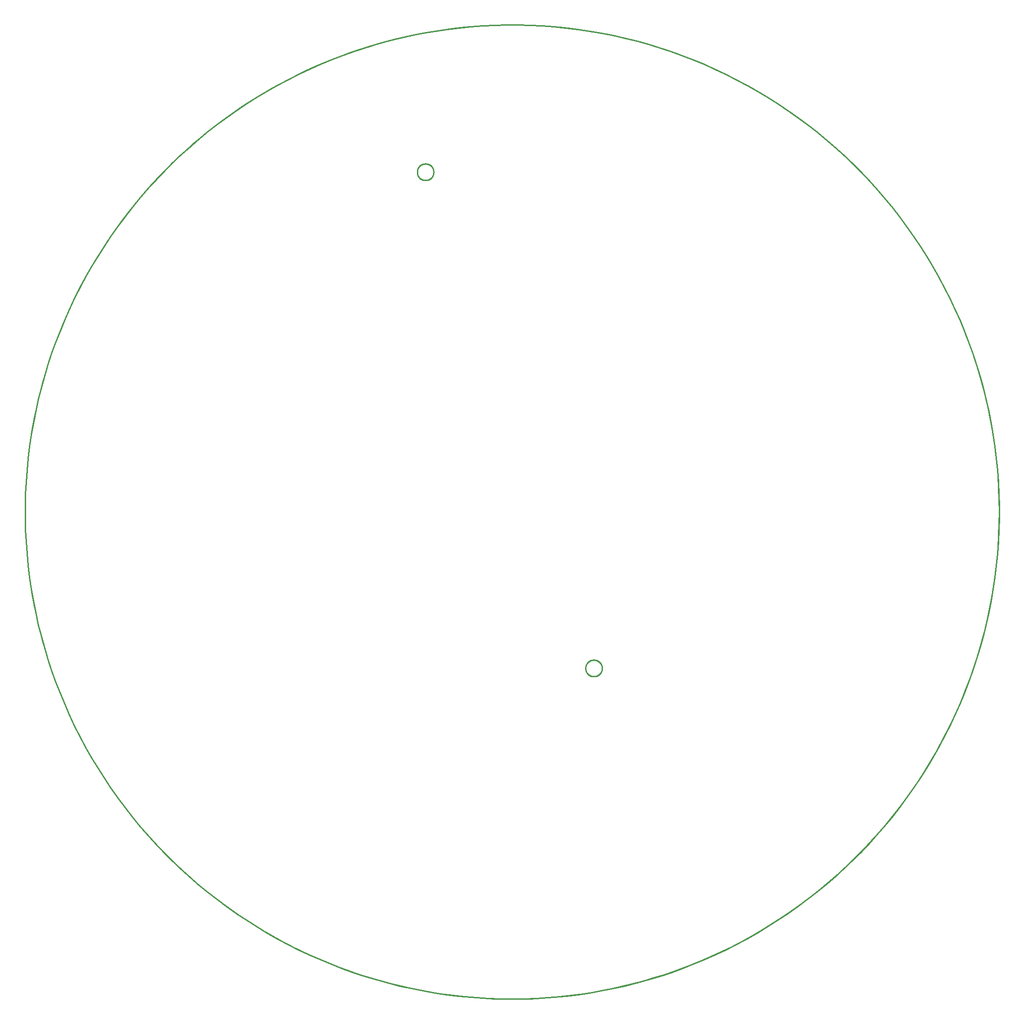
<source format=gbr>
G04 EAGLE Gerber RS-274X export*
G75*
%MOMM*%
%FSLAX34Y34*%
%LPD*%
%IN*%
%IPPOS*%
%AMOC8*
5,1,8,0,0,1.08239X$1,22.5*%
G01*
%ADD10C,0.152400*%
%ADD11C,0.000000*%
%ADD12C,0.254000*%


D10*
X134000Y949000D02*
X134271Y971087D01*
X135084Y993161D01*
X136439Y1015208D01*
X138334Y1037215D01*
X140768Y1059170D01*
X143741Y1081057D01*
X147250Y1102866D01*
X151293Y1124581D01*
X155868Y1146191D01*
X160972Y1167682D01*
X166602Y1189041D01*
X172754Y1210256D01*
X179425Y1231314D01*
X186610Y1252201D01*
X194306Y1272906D01*
X202508Y1293415D01*
X211211Y1313717D01*
X220410Y1333800D01*
X230098Y1353650D01*
X240271Y1373257D01*
X250922Y1392608D01*
X262044Y1411692D01*
X273632Y1430498D01*
X285677Y1449013D01*
X298174Y1467227D01*
X311113Y1485129D01*
X324488Y1502708D01*
X338291Y1519954D01*
X352512Y1536856D01*
X367144Y1553403D01*
X382178Y1569586D01*
X397604Y1585396D01*
X413414Y1600822D01*
X429597Y1615856D01*
X446144Y1630488D01*
X463046Y1644709D01*
X480292Y1658512D01*
X497871Y1671887D01*
X515773Y1684826D01*
X533987Y1697323D01*
X552502Y1709368D01*
X571308Y1720956D01*
X590392Y1732078D01*
X609743Y1742729D01*
X629350Y1752902D01*
X649200Y1762590D01*
X669283Y1771789D01*
X689585Y1780492D01*
X710094Y1788694D01*
X730799Y1796390D01*
X751686Y1803575D01*
X772744Y1810246D01*
X793959Y1816398D01*
X815318Y1822028D01*
X836809Y1827132D01*
X858419Y1831707D01*
X880134Y1835750D01*
X901943Y1839259D01*
X923830Y1842232D01*
X945785Y1844666D01*
X967792Y1846561D01*
X989839Y1847916D01*
X1011913Y1848729D01*
X1034000Y1849000D01*
X1056087Y1848729D01*
X1078161Y1847916D01*
X1100208Y1846561D01*
X1122215Y1844666D01*
X1144170Y1842232D01*
X1166057Y1839259D01*
X1187866Y1835750D01*
X1209581Y1831707D01*
X1231191Y1827132D01*
X1252682Y1822028D01*
X1274041Y1816398D01*
X1295256Y1810246D01*
X1316314Y1803575D01*
X1337201Y1796390D01*
X1357906Y1788694D01*
X1378415Y1780492D01*
X1398717Y1771789D01*
X1418800Y1762590D01*
X1438650Y1752902D01*
X1458257Y1742729D01*
X1477608Y1732078D01*
X1496692Y1720956D01*
X1515498Y1709368D01*
X1534013Y1697323D01*
X1552227Y1684826D01*
X1570129Y1671887D01*
X1587708Y1658512D01*
X1604954Y1644709D01*
X1621856Y1630488D01*
X1638403Y1615856D01*
X1654586Y1600822D01*
X1670396Y1585396D01*
X1685822Y1569586D01*
X1700856Y1553403D01*
X1715488Y1536856D01*
X1729709Y1519954D01*
X1743512Y1502708D01*
X1756887Y1485129D01*
X1769826Y1467227D01*
X1782323Y1449013D01*
X1794368Y1430498D01*
X1805956Y1411692D01*
X1817078Y1392608D01*
X1827729Y1373257D01*
X1837902Y1353650D01*
X1847590Y1333800D01*
X1856789Y1313717D01*
X1865492Y1293415D01*
X1873694Y1272906D01*
X1881390Y1252201D01*
X1888575Y1231314D01*
X1895246Y1210256D01*
X1901398Y1189041D01*
X1907028Y1167682D01*
X1912132Y1146191D01*
X1916707Y1124581D01*
X1920750Y1102866D01*
X1924259Y1081057D01*
X1927232Y1059170D01*
X1929666Y1037215D01*
X1931561Y1015208D01*
X1932916Y993161D01*
X1933729Y971087D01*
X1934000Y949000D01*
X1933729Y926913D01*
X1932916Y904839D01*
X1931561Y882792D01*
X1929666Y860785D01*
X1927232Y838830D01*
X1924259Y816943D01*
X1920750Y795134D01*
X1916707Y773419D01*
X1912132Y751809D01*
X1907028Y730318D01*
X1901398Y708959D01*
X1895246Y687744D01*
X1888575Y666686D01*
X1881390Y645799D01*
X1873694Y625094D01*
X1865492Y604585D01*
X1856789Y584283D01*
X1847590Y564200D01*
X1837902Y544350D01*
X1827729Y524743D01*
X1817078Y505392D01*
X1805956Y486308D01*
X1794368Y467502D01*
X1782323Y448987D01*
X1769826Y430773D01*
X1756887Y412871D01*
X1743512Y395292D01*
X1729709Y378046D01*
X1715488Y361144D01*
X1700856Y344597D01*
X1685822Y328414D01*
X1670396Y312604D01*
X1654586Y297178D01*
X1638403Y282144D01*
X1621856Y267512D01*
X1604954Y253291D01*
X1587708Y239488D01*
X1570129Y226113D01*
X1552227Y213174D01*
X1534013Y200677D01*
X1515498Y188632D01*
X1496692Y177044D01*
X1477608Y165922D01*
X1458257Y155271D01*
X1438650Y145098D01*
X1418800Y135410D01*
X1398717Y126211D01*
X1378415Y117508D01*
X1357906Y109306D01*
X1337201Y101610D01*
X1316314Y94425D01*
X1295256Y87754D01*
X1274041Y81602D01*
X1252682Y75972D01*
X1231191Y70868D01*
X1209581Y66293D01*
X1187866Y62250D01*
X1166057Y58741D01*
X1144170Y55768D01*
X1122215Y53334D01*
X1100208Y51439D01*
X1078161Y50084D01*
X1056087Y49271D01*
X1034000Y49000D01*
X1011913Y49271D01*
X989839Y50084D01*
X967792Y51439D01*
X945785Y53334D01*
X923830Y55768D01*
X901943Y58741D01*
X880134Y62250D01*
X858419Y66293D01*
X836809Y70868D01*
X815318Y75972D01*
X793959Y81602D01*
X772744Y87754D01*
X751686Y94425D01*
X730799Y101610D01*
X710094Y109306D01*
X689585Y117508D01*
X669283Y126211D01*
X649200Y135410D01*
X629350Y145098D01*
X609743Y155271D01*
X590392Y165922D01*
X571308Y177044D01*
X552502Y188632D01*
X533987Y200677D01*
X515773Y213174D01*
X497871Y226113D01*
X480292Y239488D01*
X463046Y253291D01*
X446144Y267512D01*
X429597Y282144D01*
X413414Y297178D01*
X397604Y312604D01*
X382178Y328414D01*
X367144Y344597D01*
X352512Y361144D01*
X338291Y378046D01*
X324488Y395292D01*
X311113Y412871D01*
X298174Y430773D01*
X285677Y448987D01*
X273632Y467502D01*
X262044Y486308D01*
X250922Y505392D01*
X240271Y524743D01*
X230098Y544350D01*
X220410Y564200D01*
X211211Y584283D01*
X202508Y604585D01*
X194306Y625094D01*
X186610Y645799D01*
X179425Y666686D01*
X172754Y687744D01*
X166602Y708959D01*
X160972Y730318D01*
X155868Y751809D01*
X151293Y773419D01*
X147250Y795134D01*
X143741Y816943D01*
X140768Y838830D01*
X138334Y860785D01*
X136439Y882792D01*
X135084Y904839D01*
X134271Y926913D01*
X134000Y949000D01*
D11*
X858620Y1577040D02*
X858625Y1577414D01*
X858638Y1577788D01*
X858661Y1578161D01*
X858693Y1578534D01*
X858735Y1578906D01*
X858785Y1579276D01*
X858844Y1579645D01*
X858913Y1580013D01*
X858990Y1580379D01*
X859077Y1580743D01*
X859172Y1581105D01*
X859276Y1581464D01*
X859389Y1581821D01*
X859511Y1582174D01*
X859641Y1582525D01*
X859780Y1582872D01*
X859927Y1583216D01*
X860083Y1583556D01*
X860247Y1583892D01*
X860420Y1584224D01*
X860600Y1584552D01*
X860788Y1584875D01*
X860984Y1585193D01*
X861188Y1585507D01*
X861400Y1585815D01*
X861619Y1586118D01*
X861846Y1586416D01*
X862079Y1586708D01*
X862320Y1586994D01*
X862568Y1587275D01*
X862822Y1587549D01*
X863084Y1587816D01*
X863351Y1588078D01*
X863625Y1588332D01*
X863906Y1588580D01*
X864192Y1588821D01*
X864484Y1589054D01*
X864782Y1589281D01*
X865085Y1589500D01*
X865393Y1589712D01*
X865707Y1589916D01*
X866025Y1590112D01*
X866348Y1590300D01*
X866676Y1590480D01*
X867008Y1590653D01*
X867344Y1590817D01*
X867684Y1590973D01*
X868028Y1591120D01*
X868375Y1591259D01*
X868726Y1591389D01*
X869079Y1591511D01*
X869436Y1591624D01*
X869795Y1591728D01*
X870157Y1591823D01*
X870521Y1591910D01*
X870887Y1591987D01*
X871255Y1592056D01*
X871624Y1592115D01*
X871994Y1592165D01*
X872366Y1592207D01*
X872739Y1592239D01*
X873112Y1592262D01*
X873486Y1592275D01*
X873860Y1592280D01*
X874234Y1592275D01*
X874608Y1592262D01*
X874981Y1592239D01*
X875354Y1592207D01*
X875726Y1592165D01*
X876096Y1592115D01*
X876465Y1592056D01*
X876833Y1591987D01*
X877199Y1591910D01*
X877563Y1591823D01*
X877925Y1591728D01*
X878284Y1591624D01*
X878641Y1591511D01*
X878994Y1591389D01*
X879345Y1591259D01*
X879692Y1591120D01*
X880036Y1590973D01*
X880376Y1590817D01*
X880712Y1590653D01*
X881044Y1590480D01*
X881372Y1590300D01*
X881695Y1590112D01*
X882013Y1589916D01*
X882327Y1589712D01*
X882635Y1589500D01*
X882938Y1589281D01*
X883236Y1589054D01*
X883528Y1588821D01*
X883814Y1588580D01*
X884095Y1588332D01*
X884369Y1588078D01*
X884636Y1587816D01*
X884898Y1587549D01*
X885152Y1587275D01*
X885400Y1586994D01*
X885641Y1586708D01*
X885874Y1586416D01*
X886101Y1586118D01*
X886320Y1585815D01*
X886532Y1585507D01*
X886736Y1585193D01*
X886932Y1584875D01*
X887120Y1584552D01*
X887300Y1584224D01*
X887473Y1583892D01*
X887637Y1583556D01*
X887793Y1583216D01*
X887940Y1582872D01*
X888079Y1582525D01*
X888209Y1582174D01*
X888331Y1581821D01*
X888444Y1581464D01*
X888548Y1581105D01*
X888643Y1580743D01*
X888730Y1580379D01*
X888807Y1580013D01*
X888876Y1579645D01*
X888935Y1579276D01*
X888985Y1578906D01*
X889027Y1578534D01*
X889059Y1578161D01*
X889082Y1577788D01*
X889095Y1577414D01*
X889100Y1577040D01*
X889095Y1576666D01*
X889082Y1576292D01*
X889059Y1575919D01*
X889027Y1575546D01*
X888985Y1575174D01*
X888935Y1574804D01*
X888876Y1574435D01*
X888807Y1574067D01*
X888730Y1573701D01*
X888643Y1573337D01*
X888548Y1572975D01*
X888444Y1572616D01*
X888331Y1572259D01*
X888209Y1571906D01*
X888079Y1571555D01*
X887940Y1571208D01*
X887793Y1570864D01*
X887637Y1570524D01*
X887473Y1570188D01*
X887300Y1569856D01*
X887120Y1569528D01*
X886932Y1569205D01*
X886736Y1568887D01*
X886532Y1568573D01*
X886320Y1568265D01*
X886101Y1567962D01*
X885874Y1567664D01*
X885641Y1567372D01*
X885400Y1567086D01*
X885152Y1566805D01*
X884898Y1566531D01*
X884636Y1566264D01*
X884369Y1566002D01*
X884095Y1565748D01*
X883814Y1565500D01*
X883528Y1565259D01*
X883236Y1565026D01*
X882938Y1564799D01*
X882635Y1564580D01*
X882327Y1564368D01*
X882013Y1564164D01*
X881695Y1563968D01*
X881372Y1563780D01*
X881044Y1563600D01*
X880712Y1563427D01*
X880376Y1563263D01*
X880036Y1563107D01*
X879692Y1562960D01*
X879345Y1562821D01*
X878994Y1562691D01*
X878641Y1562569D01*
X878284Y1562456D01*
X877925Y1562352D01*
X877563Y1562257D01*
X877199Y1562170D01*
X876833Y1562093D01*
X876465Y1562024D01*
X876096Y1561965D01*
X875726Y1561915D01*
X875354Y1561873D01*
X874981Y1561841D01*
X874608Y1561818D01*
X874234Y1561805D01*
X873860Y1561800D01*
X873486Y1561805D01*
X873112Y1561818D01*
X872739Y1561841D01*
X872366Y1561873D01*
X871994Y1561915D01*
X871624Y1561965D01*
X871255Y1562024D01*
X870887Y1562093D01*
X870521Y1562170D01*
X870157Y1562257D01*
X869795Y1562352D01*
X869436Y1562456D01*
X869079Y1562569D01*
X868726Y1562691D01*
X868375Y1562821D01*
X868028Y1562960D01*
X867684Y1563107D01*
X867344Y1563263D01*
X867008Y1563427D01*
X866676Y1563600D01*
X866348Y1563780D01*
X866025Y1563968D01*
X865707Y1564164D01*
X865393Y1564368D01*
X865085Y1564580D01*
X864782Y1564799D01*
X864484Y1565026D01*
X864192Y1565259D01*
X863906Y1565500D01*
X863625Y1565748D01*
X863351Y1566002D01*
X863084Y1566264D01*
X862822Y1566531D01*
X862568Y1566805D01*
X862320Y1567086D01*
X862079Y1567372D01*
X861846Y1567664D01*
X861619Y1567962D01*
X861400Y1568265D01*
X861188Y1568573D01*
X860984Y1568887D01*
X860788Y1569205D01*
X860600Y1569528D01*
X860420Y1569856D01*
X860247Y1570188D01*
X860083Y1570524D01*
X859927Y1570864D01*
X859780Y1571208D01*
X859641Y1571555D01*
X859511Y1571906D01*
X859389Y1572259D01*
X859276Y1572616D01*
X859172Y1572975D01*
X859077Y1573337D01*
X858990Y1573701D01*
X858913Y1574067D01*
X858844Y1574435D01*
X858785Y1574804D01*
X858735Y1575174D01*
X858693Y1575546D01*
X858661Y1575919D01*
X858638Y1576292D01*
X858625Y1576666D01*
X858620Y1577040D01*
X1169770Y660100D02*
X1169775Y660474D01*
X1169788Y660848D01*
X1169811Y661221D01*
X1169843Y661594D01*
X1169885Y661966D01*
X1169935Y662336D01*
X1169994Y662705D01*
X1170063Y663073D01*
X1170140Y663439D01*
X1170227Y663803D01*
X1170322Y664165D01*
X1170426Y664524D01*
X1170539Y664881D01*
X1170661Y665234D01*
X1170791Y665585D01*
X1170930Y665932D01*
X1171077Y666276D01*
X1171233Y666616D01*
X1171397Y666952D01*
X1171570Y667284D01*
X1171750Y667612D01*
X1171938Y667935D01*
X1172134Y668253D01*
X1172338Y668567D01*
X1172550Y668875D01*
X1172769Y669178D01*
X1172996Y669476D01*
X1173229Y669768D01*
X1173470Y670054D01*
X1173718Y670335D01*
X1173972Y670609D01*
X1174234Y670876D01*
X1174501Y671138D01*
X1174775Y671392D01*
X1175056Y671640D01*
X1175342Y671881D01*
X1175634Y672114D01*
X1175932Y672341D01*
X1176235Y672560D01*
X1176543Y672772D01*
X1176857Y672976D01*
X1177175Y673172D01*
X1177498Y673360D01*
X1177826Y673540D01*
X1178158Y673713D01*
X1178494Y673877D01*
X1178834Y674033D01*
X1179178Y674180D01*
X1179525Y674319D01*
X1179876Y674449D01*
X1180229Y674571D01*
X1180586Y674684D01*
X1180945Y674788D01*
X1181307Y674883D01*
X1181671Y674970D01*
X1182037Y675047D01*
X1182405Y675116D01*
X1182774Y675175D01*
X1183144Y675225D01*
X1183516Y675267D01*
X1183889Y675299D01*
X1184262Y675322D01*
X1184636Y675335D01*
X1185010Y675340D01*
X1185384Y675335D01*
X1185758Y675322D01*
X1186131Y675299D01*
X1186504Y675267D01*
X1186876Y675225D01*
X1187246Y675175D01*
X1187615Y675116D01*
X1187983Y675047D01*
X1188349Y674970D01*
X1188713Y674883D01*
X1189075Y674788D01*
X1189434Y674684D01*
X1189791Y674571D01*
X1190144Y674449D01*
X1190495Y674319D01*
X1190842Y674180D01*
X1191186Y674033D01*
X1191526Y673877D01*
X1191862Y673713D01*
X1192194Y673540D01*
X1192522Y673360D01*
X1192845Y673172D01*
X1193163Y672976D01*
X1193477Y672772D01*
X1193785Y672560D01*
X1194088Y672341D01*
X1194386Y672114D01*
X1194678Y671881D01*
X1194964Y671640D01*
X1195245Y671392D01*
X1195519Y671138D01*
X1195786Y670876D01*
X1196048Y670609D01*
X1196302Y670335D01*
X1196550Y670054D01*
X1196791Y669768D01*
X1197024Y669476D01*
X1197251Y669178D01*
X1197470Y668875D01*
X1197682Y668567D01*
X1197886Y668253D01*
X1198082Y667935D01*
X1198270Y667612D01*
X1198450Y667284D01*
X1198623Y666952D01*
X1198787Y666616D01*
X1198943Y666276D01*
X1199090Y665932D01*
X1199229Y665585D01*
X1199359Y665234D01*
X1199481Y664881D01*
X1199594Y664524D01*
X1199698Y664165D01*
X1199793Y663803D01*
X1199880Y663439D01*
X1199957Y663073D01*
X1200026Y662705D01*
X1200085Y662336D01*
X1200135Y661966D01*
X1200177Y661594D01*
X1200209Y661221D01*
X1200232Y660848D01*
X1200245Y660474D01*
X1200250Y660100D01*
X1200245Y659726D01*
X1200232Y659352D01*
X1200209Y658979D01*
X1200177Y658606D01*
X1200135Y658234D01*
X1200085Y657864D01*
X1200026Y657495D01*
X1199957Y657127D01*
X1199880Y656761D01*
X1199793Y656397D01*
X1199698Y656035D01*
X1199594Y655676D01*
X1199481Y655319D01*
X1199359Y654966D01*
X1199229Y654615D01*
X1199090Y654268D01*
X1198943Y653924D01*
X1198787Y653584D01*
X1198623Y653248D01*
X1198450Y652916D01*
X1198270Y652588D01*
X1198082Y652265D01*
X1197886Y651947D01*
X1197682Y651633D01*
X1197470Y651325D01*
X1197251Y651022D01*
X1197024Y650724D01*
X1196791Y650432D01*
X1196550Y650146D01*
X1196302Y649865D01*
X1196048Y649591D01*
X1195786Y649324D01*
X1195519Y649062D01*
X1195245Y648808D01*
X1194964Y648560D01*
X1194678Y648319D01*
X1194386Y648086D01*
X1194088Y647859D01*
X1193785Y647640D01*
X1193477Y647428D01*
X1193163Y647224D01*
X1192845Y647028D01*
X1192522Y646840D01*
X1192194Y646660D01*
X1191862Y646487D01*
X1191526Y646323D01*
X1191186Y646167D01*
X1190842Y646020D01*
X1190495Y645881D01*
X1190144Y645751D01*
X1189791Y645629D01*
X1189434Y645516D01*
X1189075Y645412D01*
X1188713Y645317D01*
X1188349Y645230D01*
X1187983Y645153D01*
X1187615Y645084D01*
X1187246Y645025D01*
X1186876Y644975D01*
X1186504Y644933D01*
X1186131Y644901D01*
X1185758Y644878D01*
X1185384Y644865D01*
X1185010Y644860D01*
X1184636Y644865D01*
X1184262Y644878D01*
X1183889Y644901D01*
X1183516Y644933D01*
X1183144Y644975D01*
X1182774Y645025D01*
X1182405Y645084D01*
X1182037Y645153D01*
X1181671Y645230D01*
X1181307Y645317D01*
X1180945Y645412D01*
X1180586Y645516D01*
X1180229Y645629D01*
X1179876Y645751D01*
X1179525Y645881D01*
X1179178Y646020D01*
X1178834Y646167D01*
X1178494Y646323D01*
X1178158Y646487D01*
X1177826Y646660D01*
X1177498Y646840D01*
X1177175Y647028D01*
X1176857Y647224D01*
X1176543Y647428D01*
X1176235Y647640D01*
X1175932Y647859D01*
X1175634Y648086D01*
X1175342Y648319D01*
X1175056Y648560D01*
X1174775Y648808D01*
X1174501Y649062D01*
X1174234Y649324D01*
X1173972Y649591D01*
X1173718Y649865D01*
X1173470Y650146D01*
X1173229Y650432D01*
X1172996Y650724D01*
X1172769Y651022D01*
X1172550Y651325D01*
X1172338Y651633D01*
X1172134Y651947D01*
X1171938Y652265D01*
X1171750Y652588D01*
X1171570Y652916D01*
X1171397Y653248D01*
X1171233Y653584D01*
X1171077Y653924D01*
X1170930Y654268D01*
X1170791Y654615D01*
X1170661Y654966D01*
X1170539Y655319D01*
X1170426Y655676D01*
X1170322Y656035D01*
X1170227Y656397D01*
X1170140Y656761D01*
X1170063Y657127D01*
X1169994Y657495D01*
X1169935Y657864D01*
X1169885Y658234D01*
X1169843Y658606D01*
X1169811Y658979D01*
X1169788Y659352D01*
X1169775Y659726D01*
X1169770Y660100D01*
D12*
X1934000Y937955D02*
X1934000Y960045D01*
X1933458Y982129D01*
X1932374Y1004193D01*
X1930749Y1026223D01*
X1928584Y1048207D01*
X1925880Y1070132D01*
X1922638Y1091983D01*
X1918862Y1113748D01*
X1914552Y1135414D01*
X1909712Y1156968D01*
X1904344Y1178396D01*
X1898453Y1199687D01*
X1892040Y1220826D01*
X1885111Y1241801D01*
X1877669Y1262600D01*
X1869718Y1283211D01*
X1861265Y1303620D01*
X1852313Y1323815D01*
X1842868Y1343784D01*
X1832936Y1363516D01*
X1822522Y1382998D01*
X1811634Y1402219D01*
X1800277Y1421166D01*
X1788459Y1439829D01*
X1776186Y1458197D01*
X1763466Y1476258D01*
X1750307Y1494001D01*
X1736716Y1511416D01*
X1722702Y1528492D01*
X1708274Y1545219D01*
X1693439Y1561587D01*
X1678206Y1577586D01*
X1662586Y1593206D01*
X1646587Y1608439D01*
X1630219Y1623274D01*
X1613492Y1637702D01*
X1596416Y1651716D01*
X1579001Y1665307D01*
X1561258Y1678466D01*
X1543197Y1691186D01*
X1524829Y1703459D01*
X1506166Y1715277D01*
X1487219Y1726634D01*
X1467998Y1737522D01*
X1448516Y1747936D01*
X1428784Y1757868D01*
X1408815Y1767313D01*
X1388620Y1776265D01*
X1368211Y1784718D01*
X1347600Y1792669D01*
X1326801Y1800111D01*
X1305826Y1807040D01*
X1284687Y1813453D01*
X1263396Y1819344D01*
X1241968Y1824712D01*
X1220414Y1829552D01*
X1198748Y1833862D01*
X1176983Y1837638D01*
X1155132Y1840880D01*
X1133207Y1843584D01*
X1111223Y1845749D01*
X1089193Y1847374D01*
X1067129Y1848458D01*
X1045045Y1849000D01*
X1022955Y1849000D01*
X1000871Y1848458D01*
X978807Y1847374D01*
X956777Y1845749D01*
X934793Y1843584D01*
X912868Y1840880D01*
X891017Y1837638D01*
X869252Y1833862D01*
X847586Y1829552D01*
X826032Y1824712D01*
X804604Y1819344D01*
X783313Y1813453D01*
X762174Y1807040D01*
X741199Y1800111D01*
X720400Y1792669D01*
X699789Y1784718D01*
X679380Y1776265D01*
X659185Y1767313D01*
X639216Y1757868D01*
X619484Y1747936D01*
X600002Y1737522D01*
X580781Y1726634D01*
X561834Y1715277D01*
X543171Y1703459D01*
X524803Y1691186D01*
X506742Y1678466D01*
X488999Y1665307D01*
X471584Y1651716D01*
X454508Y1637702D01*
X437781Y1623274D01*
X421413Y1608439D01*
X405414Y1593206D01*
X389794Y1577586D01*
X374562Y1561587D01*
X359726Y1545219D01*
X345298Y1528492D01*
X331284Y1511416D01*
X317693Y1494001D01*
X304534Y1476258D01*
X291814Y1458197D01*
X279541Y1439829D01*
X267723Y1421166D01*
X256366Y1402219D01*
X245478Y1382998D01*
X235064Y1363516D01*
X225132Y1343784D01*
X215687Y1323815D01*
X206735Y1303620D01*
X198282Y1283211D01*
X190331Y1262600D01*
X182889Y1241801D01*
X175960Y1220826D01*
X169547Y1199687D01*
X163656Y1178396D01*
X158288Y1156968D01*
X153448Y1135414D01*
X149138Y1113748D01*
X145362Y1091983D01*
X142120Y1070132D01*
X139416Y1048207D01*
X137251Y1026223D01*
X135626Y1004193D01*
X134542Y982129D01*
X134000Y960045D01*
X134000Y937955D01*
X134542Y915871D01*
X135626Y893807D01*
X137251Y871777D01*
X139416Y849793D01*
X142120Y827868D01*
X145362Y806017D01*
X149138Y784252D01*
X153448Y762586D01*
X158288Y741032D01*
X163656Y719604D01*
X169547Y698313D01*
X175960Y677174D01*
X182889Y656199D01*
X190331Y635400D01*
X198282Y614789D01*
X206735Y594380D01*
X215687Y574185D01*
X225132Y554216D01*
X235064Y534484D01*
X245478Y515002D01*
X256366Y495781D01*
X267723Y476834D01*
X279541Y458171D01*
X291814Y439803D01*
X304534Y421742D01*
X317693Y403999D01*
X331284Y386584D01*
X345298Y369508D01*
X359726Y352781D01*
X374562Y336413D01*
X389794Y320414D01*
X405414Y304794D01*
X421413Y289562D01*
X437781Y274726D01*
X454508Y260298D01*
X471584Y246284D01*
X488999Y232693D01*
X506742Y219534D01*
X524803Y206814D01*
X543171Y194541D01*
X561834Y182723D01*
X580781Y171366D01*
X600002Y160478D01*
X619484Y150064D01*
X639216Y140132D01*
X659185Y130687D01*
X679380Y121735D01*
X699789Y113282D01*
X720400Y105331D01*
X741199Y97889D01*
X762174Y90960D01*
X783313Y84547D01*
X804604Y78656D01*
X826032Y73288D01*
X847586Y68448D01*
X869252Y64138D01*
X891017Y60362D01*
X912868Y57120D01*
X934793Y54416D01*
X956777Y52251D01*
X978807Y50626D01*
X1000871Y49542D01*
X1022955Y49000D01*
X1045045Y49000D01*
X1067129Y49542D01*
X1089193Y50626D01*
X1111223Y52251D01*
X1133207Y54416D01*
X1155132Y57120D01*
X1176983Y60362D01*
X1198748Y64138D01*
X1220414Y68448D01*
X1241968Y73288D01*
X1263396Y78656D01*
X1284687Y84547D01*
X1305826Y90960D01*
X1326801Y97889D01*
X1347600Y105331D01*
X1368211Y113282D01*
X1388620Y121735D01*
X1408815Y130687D01*
X1428784Y140132D01*
X1448516Y150064D01*
X1467998Y160478D01*
X1487219Y171366D01*
X1506166Y182723D01*
X1524829Y194541D01*
X1543197Y206814D01*
X1561258Y219534D01*
X1579001Y232693D01*
X1596416Y246284D01*
X1613492Y260298D01*
X1630219Y274726D01*
X1646587Y289562D01*
X1662586Y304794D01*
X1678206Y320414D01*
X1693439Y336413D01*
X1708274Y352781D01*
X1722702Y369508D01*
X1736716Y386584D01*
X1750307Y403999D01*
X1763466Y421742D01*
X1776186Y439803D01*
X1788459Y458171D01*
X1800277Y476834D01*
X1811634Y495781D01*
X1822522Y515002D01*
X1832936Y534484D01*
X1842868Y554216D01*
X1852313Y574185D01*
X1861265Y594380D01*
X1869718Y614789D01*
X1877669Y635400D01*
X1885111Y656199D01*
X1892040Y677174D01*
X1898453Y698313D01*
X1904344Y719604D01*
X1909712Y741032D01*
X1914552Y762586D01*
X1918862Y784252D01*
X1922638Y806017D01*
X1925880Y827868D01*
X1928584Y849793D01*
X1930749Y871777D01*
X1932374Y893807D01*
X1933458Y915871D01*
X1934000Y937955D01*
X889100Y1576496D02*
X889022Y1575410D01*
X888867Y1574332D01*
X888636Y1573269D01*
X888329Y1572224D01*
X887949Y1571204D01*
X887497Y1570214D01*
X886975Y1569259D01*
X886386Y1568343D01*
X885734Y1567471D01*
X885021Y1566649D01*
X884251Y1565879D01*
X883429Y1565166D01*
X882557Y1564514D01*
X881641Y1563925D01*
X880686Y1563403D01*
X879696Y1562951D01*
X878676Y1562571D01*
X877631Y1562264D01*
X876568Y1562033D01*
X875490Y1561878D01*
X874404Y1561800D01*
X873316Y1561800D01*
X872230Y1561878D01*
X871152Y1562033D01*
X870089Y1562264D01*
X869044Y1562571D01*
X868024Y1562951D01*
X867034Y1563403D01*
X866079Y1563925D01*
X865163Y1564514D01*
X864291Y1565166D01*
X863469Y1565879D01*
X862699Y1566649D01*
X861986Y1567471D01*
X861334Y1568343D01*
X860745Y1569259D01*
X860223Y1570214D01*
X859771Y1571204D01*
X859391Y1572224D01*
X859084Y1573269D01*
X858853Y1574332D01*
X858698Y1575410D01*
X858620Y1576496D01*
X858620Y1577584D01*
X858698Y1578670D01*
X858853Y1579748D01*
X859084Y1580811D01*
X859391Y1581856D01*
X859771Y1582876D01*
X860223Y1583866D01*
X860745Y1584821D01*
X861334Y1585737D01*
X861986Y1586609D01*
X862699Y1587431D01*
X863469Y1588201D01*
X864291Y1588914D01*
X865163Y1589566D01*
X866079Y1590155D01*
X867034Y1590677D01*
X868024Y1591129D01*
X869044Y1591509D01*
X870089Y1591816D01*
X871152Y1592047D01*
X872230Y1592202D01*
X873316Y1592280D01*
X874404Y1592280D01*
X875490Y1592202D01*
X876568Y1592047D01*
X877631Y1591816D01*
X878676Y1591509D01*
X879696Y1591129D01*
X880686Y1590677D01*
X881641Y1590155D01*
X882557Y1589566D01*
X883429Y1588914D01*
X884251Y1588201D01*
X885021Y1587431D01*
X885734Y1586609D01*
X886386Y1585737D01*
X886975Y1584821D01*
X887497Y1583866D01*
X887949Y1582876D01*
X888329Y1581856D01*
X888636Y1580811D01*
X888867Y1579748D01*
X889022Y1578670D01*
X889100Y1577584D01*
X889100Y1576496D01*
X1200250Y659556D02*
X1200172Y658470D01*
X1200017Y657392D01*
X1199786Y656329D01*
X1199479Y655284D01*
X1199099Y654264D01*
X1198647Y653274D01*
X1198125Y652319D01*
X1197536Y651403D01*
X1196884Y650531D01*
X1196171Y649709D01*
X1195401Y648939D01*
X1194579Y648226D01*
X1193707Y647574D01*
X1192791Y646985D01*
X1191836Y646463D01*
X1190846Y646011D01*
X1189826Y645631D01*
X1188781Y645324D01*
X1187718Y645093D01*
X1186640Y644938D01*
X1185554Y644860D01*
X1184466Y644860D01*
X1183380Y644938D01*
X1182302Y645093D01*
X1181239Y645324D01*
X1180194Y645631D01*
X1179174Y646011D01*
X1178184Y646463D01*
X1177229Y646985D01*
X1176313Y647574D01*
X1175441Y648226D01*
X1174619Y648939D01*
X1173849Y649709D01*
X1173136Y650531D01*
X1172484Y651403D01*
X1171895Y652319D01*
X1171373Y653274D01*
X1170921Y654264D01*
X1170541Y655284D01*
X1170234Y656329D01*
X1170003Y657392D01*
X1169848Y658470D01*
X1169770Y659556D01*
X1169770Y660644D01*
X1169848Y661730D01*
X1170003Y662808D01*
X1170234Y663871D01*
X1170541Y664916D01*
X1170921Y665936D01*
X1171373Y666926D01*
X1171895Y667881D01*
X1172484Y668797D01*
X1173136Y669669D01*
X1173849Y670491D01*
X1174619Y671261D01*
X1175441Y671974D01*
X1176313Y672626D01*
X1177229Y673215D01*
X1178184Y673737D01*
X1179174Y674189D01*
X1180194Y674569D01*
X1181239Y674876D01*
X1182302Y675107D01*
X1183380Y675262D01*
X1184466Y675340D01*
X1185554Y675340D01*
X1186640Y675262D01*
X1187718Y675107D01*
X1188781Y674876D01*
X1189826Y674569D01*
X1190846Y674189D01*
X1191836Y673737D01*
X1192791Y673215D01*
X1193707Y672626D01*
X1194579Y671974D01*
X1195401Y671261D01*
X1196171Y670491D01*
X1196884Y669669D01*
X1197536Y668797D01*
X1198125Y667881D01*
X1198647Y666926D01*
X1199099Y665936D01*
X1199479Y664916D01*
X1199786Y663871D01*
X1200017Y662808D01*
X1200172Y661730D01*
X1200250Y660644D01*
X1200250Y659556D01*
M02*

</source>
